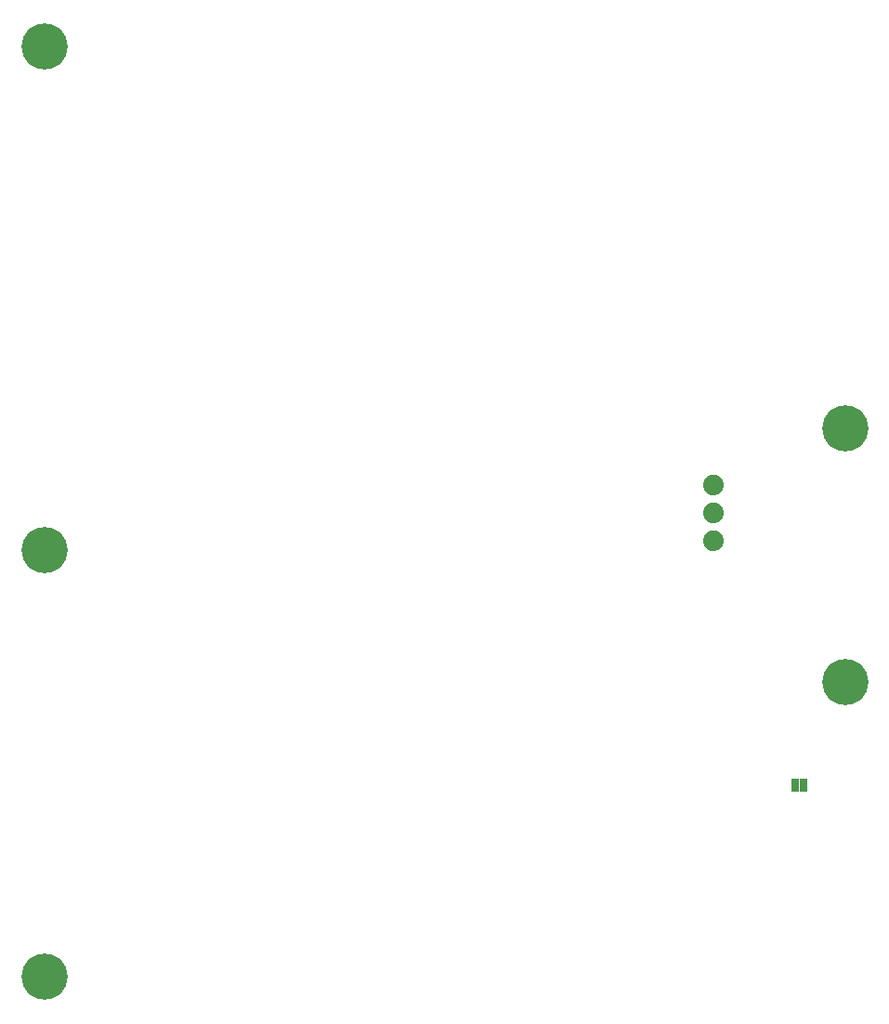
<source format=gbp>
G04 MADE WITH FRITZING*
G04 WWW.FRITZING.ORG*
G04 DOUBLE SIDED*
G04 HOLES PLATED*
G04 CONTOUR ON CENTER OF CONTOUR VECTOR*
%ASAXBY*%
%FSLAX23Y23*%
%MOIN*%
%OFA0B0*%
%SFA1.0B1.0*%
%ADD10C,0.074000*%
%ADD11C,0.165354*%
%ADD12R,0.025000X0.050000*%
%ADD13R,0.001000X0.001000*%
%LNPASTEMASK0*%
G90*
G70*
G54D10*
X2591Y1878D03*
X2591Y1978D03*
X2591Y2078D03*
G54D11*
X3064Y1373D03*
X3064Y2283D03*
G54D10*
X2591Y1878D03*
X2591Y1978D03*
X2591Y2078D03*
G54D11*
X3064Y1373D03*
X3064Y2283D03*
X190Y315D03*
X190Y3650D03*
X190Y1845D03*
X190Y315D03*
X190Y3650D03*
X190Y1845D03*
G54D12*
X2916Y1003D03*
X2884Y1003D03*
G54D13*
D02*
G04 End of PasteMask0*
M02*
</source>
